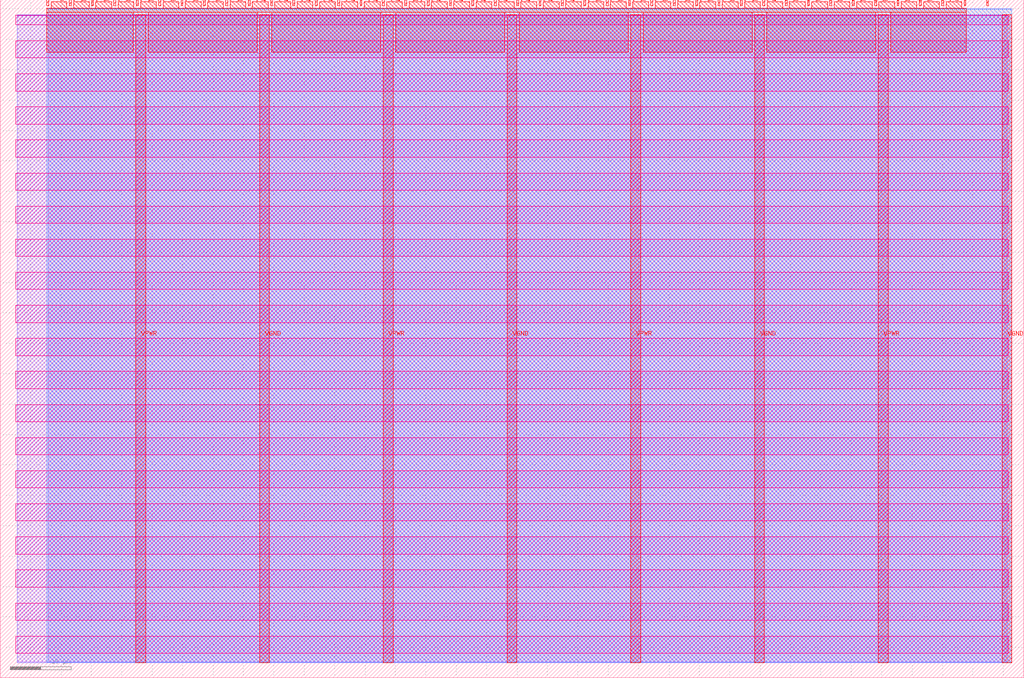
<source format=lef>
VERSION 5.7 ;
  NOWIREEXTENSIONATPIN ON ;
  DIVIDERCHAR "/" ;
  BUSBITCHARS "[]" ;
MACRO tt_um_wokwi_347497504164545108
  CLASS BLOCK ;
  FOREIGN tt_um_wokwi_347497504164545108 ;
  ORIGIN 0.000 0.000 ;
  SIZE 168.360 BY 111.520 ;
  PIN VGND
    DIRECTION INOUT ;
    USE GROUND ;
    PORT
      LAYER met4 ;
        RECT 42.670 2.480 44.270 109.040 ;
    END
    PORT
      LAYER met4 ;
        RECT 83.380 2.480 84.980 109.040 ;
    END
    PORT
      LAYER met4 ;
        RECT 124.090 2.480 125.690 109.040 ;
    END
    PORT
      LAYER met4 ;
        RECT 164.800 2.480 166.400 109.040 ;
    END
  END VGND
  PIN VPWR
    DIRECTION INOUT ;
    USE POWER ;
    PORT
      LAYER met4 ;
        RECT 22.315 2.480 23.915 109.040 ;
    END
    PORT
      LAYER met4 ;
        RECT 63.025 2.480 64.625 109.040 ;
    END
    PORT
      LAYER met4 ;
        RECT 103.735 2.480 105.335 109.040 ;
    END
    PORT
      LAYER met4 ;
        RECT 144.445 2.480 146.045 109.040 ;
    END
  END VPWR
  PIN clk
    DIRECTION INPUT ;
    USE SIGNAL ;
    ANTENNAGATEAREA 0.852000 ;
    PORT
      LAYER met4 ;
        RECT 158.550 110.520 158.850 111.520 ;
    END
  END clk
  PIN ena
    DIRECTION INPUT ;
    USE SIGNAL ;
    PORT
      LAYER met4 ;
        RECT 162.230 110.520 162.530 111.520 ;
    END
  END ena
  PIN rst_n
    DIRECTION INPUT ;
    USE SIGNAL ;
    ANTENNAGATEAREA 0.213000 ;
    PORT
      LAYER met4 ;
        RECT 154.870 110.520 155.170 111.520 ;
    END
  END rst_n
  PIN ui_in[0]
    DIRECTION INPUT ;
    USE SIGNAL ;
    PORT
      LAYER met4 ;
        RECT 151.190 110.520 151.490 111.520 ;
    END
  END ui_in[0]
  PIN ui_in[1]
    DIRECTION INPUT ;
    USE SIGNAL ;
    ANTENNAGATEAREA 0.196500 ;
    PORT
      LAYER met4 ;
        RECT 147.510 110.520 147.810 111.520 ;
    END
  END ui_in[1]
  PIN ui_in[2]
    DIRECTION INPUT ;
    USE SIGNAL ;
    PORT
      LAYER met4 ;
        RECT 143.830 110.520 144.130 111.520 ;
    END
  END ui_in[2]
  PIN ui_in[3]
    DIRECTION INPUT ;
    USE SIGNAL ;
    ANTENNAGATEAREA 0.159000 ;
    PORT
      LAYER met4 ;
        RECT 140.150 110.520 140.450 111.520 ;
    END
  END ui_in[3]
  PIN ui_in[4]
    DIRECTION INPUT ;
    USE SIGNAL ;
    ANTENNAGATEAREA 0.196500 ;
    PORT
      LAYER met4 ;
        RECT 136.470 110.520 136.770 111.520 ;
    END
  END ui_in[4]
  PIN ui_in[5]
    DIRECTION INPUT ;
    USE SIGNAL ;
    ANTENNAGATEAREA 0.196500 ;
    PORT
      LAYER met4 ;
        RECT 132.790 110.520 133.090 111.520 ;
    END
  END ui_in[5]
  PIN ui_in[6]
    DIRECTION INPUT ;
    USE SIGNAL ;
    ANTENNAGATEAREA 0.196500 ;
    PORT
      LAYER met4 ;
        RECT 129.110 110.520 129.410 111.520 ;
    END
  END ui_in[6]
  PIN ui_in[7]
    DIRECTION INPUT ;
    USE SIGNAL ;
    ANTENNAGATEAREA 0.196500 ;
    PORT
      LAYER met4 ;
        RECT 125.430 110.520 125.730 111.520 ;
    END
  END ui_in[7]
  PIN uio_in[0]
    DIRECTION INPUT ;
    USE SIGNAL ;
    PORT
      LAYER met4 ;
        RECT 121.750 110.520 122.050 111.520 ;
    END
  END uio_in[0]
  PIN uio_in[1]
    DIRECTION INPUT ;
    USE SIGNAL ;
    PORT
      LAYER met4 ;
        RECT 118.070 110.520 118.370 111.520 ;
    END
  END uio_in[1]
  PIN uio_in[2]
    DIRECTION INPUT ;
    USE SIGNAL ;
    PORT
      LAYER met4 ;
        RECT 114.390 110.520 114.690 111.520 ;
    END
  END uio_in[2]
  PIN uio_in[3]
    DIRECTION INPUT ;
    USE SIGNAL ;
    PORT
      LAYER met4 ;
        RECT 110.710 110.520 111.010 111.520 ;
    END
  END uio_in[3]
  PIN uio_in[4]
    DIRECTION INPUT ;
    USE SIGNAL ;
    PORT
      LAYER met4 ;
        RECT 107.030 110.520 107.330 111.520 ;
    END
  END uio_in[4]
  PIN uio_in[5]
    DIRECTION INPUT ;
    USE SIGNAL ;
    PORT
      LAYER met4 ;
        RECT 103.350 110.520 103.650 111.520 ;
    END
  END uio_in[5]
  PIN uio_in[6]
    DIRECTION INPUT ;
    USE SIGNAL ;
    PORT
      LAYER met4 ;
        RECT 99.670 110.520 99.970 111.520 ;
    END
  END uio_in[6]
  PIN uio_in[7]
    DIRECTION INPUT ;
    USE SIGNAL ;
    PORT
      LAYER met4 ;
        RECT 95.990 110.520 96.290 111.520 ;
    END
  END uio_in[7]
  PIN uio_oe[0]
    DIRECTION OUTPUT TRISTATE ;
    USE SIGNAL ;
    PORT
      LAYER met4 ;
        RECT 33.430 110.520 33.730 111.520 ;
    END
  END uio_oe[0]
  PIN uio_oe[1]
    DIRECTION OUTPUT TRISTATE ;
    USE SIGNAL ;
    PORT
      LAYER met4 ;
        RECT 29.750 110.520 30.050 111.520 ;
    END
  END uio_oe[1]
  PIN uio_oe[2]
    DIRECTION OUTPUT TRISTATE ;
    USE SIGNAL ;
    PORT
      LAYER met4 ;
        RECT 26.070 110.520 26.370 111.520 ;
    END
  END uio_oe[2]
  PIN uio_oe[3]
    DIRECTION OUTPUT TRISTATE ;
    USE SIGNAL ;
    PORT
      LAYER met4 ;
        RECT 22.390 110.520 22.690 111.520 ;
    END
  END uio_oe[3]
  PIN uio_oe[4]
    DIRECTION OUTPUT TRISTATE ;
    USE SIGNAL ;
    PORT
      LAYER met4 ;
        RECT 18.710 110.520 19.010 111.520 ;
    END
  END uio_oe[4]
  PIN uio_oe[5]
    DIRECTION OUTPUT TRISTATE ;
    USE SIGNAL ;
    PORT
      LAYER met4 ;
        RECT 15.030 110.520 15.330 111.520 ;
    END
  END uio_oe[5]
  PIN uio_oe[6]
    DIRECTION OUTPUT TRISTATE ;
    USE SIGNAL ;
    PORT
      LAYER met4 ;
        RECT 11.350 110.520 11.650 111.520 ;
    END
  END uio_oe[6]
  PIN uio_oe[7]
    DIRECTION OUTPUT TRISTATE ;
    USE SIGNAL ;
    PORT
      LAYER met4 ;
        RECT 7.670 110.520 7.970 111.520 ;
    END
  END uio_oe[7]
  PIN uio_out[0]
    DIRECTION OUTPUT TRISTATE ;
    USE SIGNAL ;
    PORT
      LAYER met4 ;
        RECT 62.870 110.520 63.170 111.520 ;
    END
  END uio_out[0]
  PIN uio_out[1]
    DIRECTION OUTPUT TRISTATE ;
    USE SIGNAL ;
    PORT
      LAYER met4 ;
        RECT 59.190 110.520 59.490 111.520 ;
    END
  END uio_out[1]
  PIN uio_out[2]
    DIRECTION OUTPUT TRISTATE ;
    USE SIGNAL ;
    PORT
      LAYER met4 ;
        RECT 55.510 110.520 55.810 111.520 ;
    END
  END uio_out[2]
  PIN uio_out[3]
    DIRECTION OUTPUT TRISTATE ;
    USE SIGNAL ;
    PORT
      LAYER met4 ;
        RECT 51.830 110.520 52.130 111.520 ;
    END
  END uio_out[3]
  PIN uio_out[4]
    DIRECTION OUTPUT TRISTATE ;
    USE SIGNAL ;
    PORT
      LAYER met4 ;
        RECT 48.150 110.520 48.450 111.520 ;
    END
  END uio_out[4]
  PIN uio_out[5]
    DIRECTION OUTPUT TRISTATE ;
    USE SIGNAL ;
    PORT
      LAYER met4 ;
        RECT 44.470 110.520 44.770 111.520 ;
    END
  END uio_out[5]
  PIN uio_out[6]
    DIRECTION OUTPUT TRISTATE ;
    USE SIGNAL ;
    PORT
      LAYER met4 ;
        RECT 40.790 110.520 41.090 111.520 ;
    END
  END uio_out[6]
  PIN uio_out[7]
    DIRECTION OUTPUT TRISTATE ;
    USE SIGNAL ;
    PORT
      LAYER met4 ;
        RECT 37.110 110.520 37.410 111.520 ;
    END
  END uio_out[7]
  PIN uo_out[0]
    DIRECTION OUTPUT TRISTATE ;
    USE SIGNAL ;
    ANTENNADIFFAREA 0.445500 ;
    PORT
      LAYER met4 ;
        RECT 92.310 110.520 92.610 111.520 ;
    END
  END uo_out[0]
  PIN uo_out[1]
    DIRECTION OUTPUT TRISTATE ;
    USE SIGNAL ;
    ANTENNADIFFAREA 0.795200 ;
    PORT
      LAYER met4 ;
        RECT 88.630 110.520 88.930 111.520 ;
    END
  END uo_out[1]
  PIN uo_out[2]
    DIRECTION OUTPUT TRISTATE ;
    USE SIGNAL ;
    ANTENNADIFFAREA 0.795200 ;
    PORT
      LAYER met4 ;
        RECT 84.950 110.520 85.250 111.520 ;
    END
  END uo_out[2]
  PIN uo_out[3]
    DIRECTION OUTPUT TRISTATE ;
    USE SIGNAL ;
    ANTENNADIFFAREA 0.795200 ;
    PORT
      LAYER met4 ;
        RECT 81.270 110.520 81.570 111.520 ;
    END
  END uo_out[3]
  PIN uo_out[4]
    DIRECTION OUTPUT TRISTATE ;
    USE SIGNAL ;
    ANTENNADIFFAREA 0.445500 ;
    PORT
      LAYER met4 ;
        RECT 77.590 110.520 77.890 111.520 ;
    END
  END uo_out[4]
  PIN uo_out[5]
    DIRECTION OUTPUT TRISTATE ;
    USE SIGNAL ;
    ANTENNADIFFAREA 0.445500 ;
    PORT
      LAYER met4 ;
        RECT 73.910 110.520 74.210 111.520 ;
    END
  END uo_out[5]
  PIN uo_out[6]
    DIRECTION OUTPUT TRISTATE ;
    USE SIGNAL ;
    ANTENNADIFFAREA 0.445500 ;
    PORT
      LAYER met4 ;
        RECT 70.230 110.520 70.530 111.520 ;
    END
  END uo_out[6]
  PIN uo_out[7]
    DIRECTION OUTPUT TRISTATE ;
    USE SIGNAL ;
    PORT
      LAYER met4 ;
        RECT 66.550 110.520 66.850 111.520 ;
    END
  END uo_out[7]
  OBS
      LAYER nwell ;
        RECT 2.570 107.385 165.790 108.990 ;
        RECT 2.570 101.945 165.790 104.775 ;
        RECT 2.570 96.505 165.790 99.335 ;
        RECT 2.570 91.065 165.790 93.895 ;
        RECT 2.570 85.625 165.790 88.455 ;
        RECT 2.570 80.185 165.790 83.015 ;
        RECT 2.570 74.745 165.790 77.575 ;
        RECT 2.570 69.305 165.790 72.135 ;
        RECT 2.570 63.865 165.790 66.695 ;
        RECT 2.570 58.425 165.790 61.255 ;
        RECT 2.570 52.985 165.790 55.815 ;
        RECT 2.570 47.545 165.790 50.375 ;
        RECT 2.570 42.105 165.790 44.935 ;
        RECT 2.570 36.665 165.790 39.495 ;
        RECT 2.570 31.225 165.790 34.055 ;
        RECT 2.570 25.785 165.790 28.615 ;
        RECT 2.570 20.345 165.790 23.175 ;
        RECT 2.570 14.905 165.790 17.735 ;
        RECT 2.570 9.465 165.790 12.295 ;
        RECT 2.570 4.025 165.790 6.855 ;
      LAYER li1 ;
        RECT 2.760 2.635 165.600 108.885 ;
      LAYER met1 ;
        RECT 2.760 2.480 166.400 109.040 ;
      LAYER met2 ;
        RECT 7.910 2.535 166.370 110.005 ;
      LAYER met3 ;
        RECT 7.630 2.555 166.390 109.985 ;
      LAYER met4 ;
        RECT 8.370 110.120 10.950 111.170 ;
        RECT 12.050 110.120 14.630 111.170 ;
        RECT 15.730 110.120 18.310 111.170 ;
        RECT 19.410 110.120 21.990 111.170 ;
        RECT 23.090 110.120 25.670 111.170 ;
        RECT 26.770 110.120 29.350 111.170 ;
        RECT 30.450 110.120 33.030 111.170 ;
        RECT 34.130 110.120 36.710 111.170 ;
        RECT 37.810 110.120 40.390 111.170 ;
        RECT 41.490 110.120 44.070 111.170 ;
        RECT 45.170 110.120 47.750 111.170 ;
        RECT 48.850 110.120 51.430 111.170 ;
        RECT 52.530 110.120 55.110 111.170 ;
        RECT 56.210 110.120 58.790 111.170 ;
        RECT 59.890 110.120 62.470 111.170 ;
        RECT 63.570 110.120 66.150 111.170 ;
        RECT 67.250 110.120 69.830 111.170 ;
        RECT 70.930 110.120 73.510 111.170 ;
        RECT 74.610 110.120 77.190 111.170 ;
        RECT 78.290 110.120 80.870 111.170 ;
        RECT 81.970 110.120 84.550 111.170 ;
        RECT 85.650 110.120 88.230 111.170 ;
        RECT 89.330 110.120 91.910 111.170 ;
        RECT 93.010 110.120 95.590 111.170 ;
        RECT 96.690 110.120 99.270 111.170 ;
        RECT 100.370 110.120 102.950 111.170 ;
        RECT 104.050 110.120 106.630 111.170 ;
        RECT 107.730 110.120 110.310 111.170 ;
        RECT 111.410 110.120 113.990 111.170 ;
        RECT 115.090 110.120 117.670 111.170 ;
        RECT 118.770 110.120 121.350 111.170 ;
        RECT 122.450 110.120 125.030 111.170 ;
        RECT 126.130 110.120 128.710 111.170 ;
        RECT 129.810 110.120 132.390 111.170 ;
        RECT 133.490 110.120 136.070 111.170 ;
        RECT 137.170 110.120 139.750 111.170 ;
        RECT 140.850 110.120 143.430 111.170 ;
        RECT 144.530 110.120 147.110 111.170 ;
        RECT 148.210 110.120 150.790 111.170 ;
        RECT 151.890 110.120 154.470 111.170 ;
        RECT 155.570 110.120 158.150 111.170 ;
        RECT 7.655 109.440 158.865 110.120 ;
        RECT 7.655 102.855 21.915 109.440 ;
        RECT 24.315 102.855 42.270 109.440 ;
        RECT 44.670 102.855 62.625 109.440 ;
        RECT 65.025 102.855 82.980 109.440 ;
        RECT 85.380 102.855 103.335 109.440 ;
        RECT 105.735 102.855 123.690 109.440 ;
        RECT 126.090 102.855 144.045 109.440 ;
        RECT 146.445 102.855 158.865 109.440 ;
  END
END tt_um_wokwi_347497504164545108
END LIBRARY


</source>
